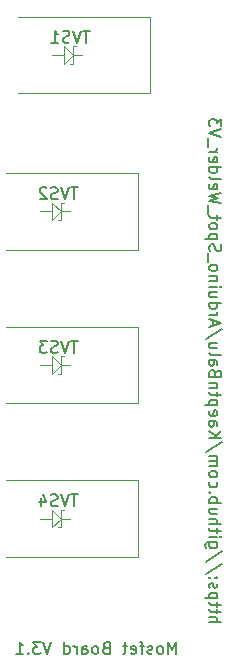
<source format=gbr>
G04 #@! TF.FileFunction,Legend,Bot*
%FSLAX46Y46*%
G04 Gerber Fmt 4.6, Leading zero omitted, Abs format (unit mm)*
G04 Created by KiCad (PCBNEW 4.0.4-stable) date 11/29/17 11:53:15*
%MOMM*%
%LPD*%
G01*
G04 APERTURE LIST*
%ADD10C,0.100000*%
%ADD11C,0.200000*%
%ADD12C,0.120000*%
%ADD13C,0.150000*%
G04 APERTURE END LIST*
D10*
X152250000Y-74000000D02*
X152250000Y-73250000D01*
X152000000Y-112500000D02*
X152750000Y-112500000D01*
X152500000Y-86500000D02*
X152750000Y-86500000D01*
X152000000Y-99500000D02*
X152750000Y-99500000D01*
X152000000Y-86500000D02*
X152500000Y-86500000D01*
X152000000Y-113250000D02*
X151750000Y-113250000D01*
X152000000Y-112500000D02*
X152000000Y-113250000D01*
X152000000Y-111750000D02*
X152250000Y-111750000D01*
X152000000Y-112500000D02*
X152000000Y-111750000D01*
X151250000Y-113250000D02*
X151250000Y-112500000D01*
X152000000Y-112500000D02*
X151250000Y-113250000D01*
X151250000Y-111750000D02*
X152000000Y-112500000D01*
X151250000Y-112500000D02*
X151250000Y-111750000D01*
X150250000Y-112500000D02*
X151250000Y-112500000D01*
X152000000Y-100250000D02*
X151750000Y-100250000D01*
X152000000Y-99500000D02*
X152000000Y-100250000D01*
X152000000Y-98750000D02*
X152250000Y-98750000D01*
X152000000Y-99500000D02*
X152000000Y-98750000D01*
X151250000Y-100250000D02*
X151250000Y-99500000D01*
X152000000Y-99500000D02*
X151250000Y-100250000D01*
X151250000Y-98750000D02*
X152000000Y-99500000D01*
X151250000Y-99500000D02*
X151250000Y-98750000D01*
X150250000Y-99500000D02*
X151250000Y-99500000D01*
X152000000Y-87250000D02*
X151750000Y-87250000D01*
X152000000Y-86500000D02*
X152000000Y-87250000D01*
X152000000Y-85750000D02*
X152250000Y-85750000D01*
X152000000Y-86500000D02*
X152000000Y-85750000D01*
X151250000Y-87250000D02*
X151250000Y-86500000D01*
X152000000Y-86500000D02*
X151250000Y-87250000D01*
X151250000Y-85750000D02*
X152000000Y-86500000D01*
X151250000Y-86500000D02*
X151250000Y-85750000D01*
X150250000Y-86500000D02*
X151250000Y-86500000D01*
D11*
X161738096Y-123952381D02*
X161738096Y-122952381D01*
X161404762Y-123666667D01*
X161071429Y-122952381D01*
X161071429Y-123952381D01*
X160452382Y-123952381D02*
X160547620Y-123904762D01*
X160595239Y-123857143D01*
X160642858Y-123761905D01*
X160642858Y-123476190D01*
X160595239Y-123380952D01*
X160547620Y-123333333D01*
X160452382Y-123285714D01*
X160309524Y-123285714D01*
X160214286Y-123333333D01*
X160166667Y-123380952D01*
X160119048Y-123476190D01*
X160119048Y-123761905D01*
X160166667Y-123857143D01*
X160214286Y-123904762D01*
X160309524Y-123952381D01*
X160452382Y-123952381D01*
X159738096Y-123904762D02*
X159642858Y-123952381D01*
X159452382Y-123952381D01*
X159357143Y-123904762D01*
X159309524Y-123809524D01*
X159309524Y-123761905D01*
X159357143Y-123666667D01*
X159452382Y-123619048D01*
X159595239Y-123619048D01*
X159690477Y-123571429D01*
X159738096Y-123476190D01*
X159738096Y-123428571D01*
X159690477Y-123333333D01*
X159595239Y-123285714D01*
X159452382Y-123285714D01*
X159357143Y-123333333D01*
X159023810Y-123285714D02*
X158642858Y-123285714D01*
X158880953Y-123952381D02*
X158880953Y-123095238D01*
X158833334Y-123000000D01*
X158738096Y-122952381D01*
X158642858Y-122952381D01*
X157928571Y-123904762D02*
X158023809Y-123952381D01*
X158214286Y-123952381D01*
X158309524Y-123904762D01*
X158357143Y-123809524D01*
X158357143Y-123428571D01*
X158309524Y-123333333D01*
X158214286Y-123285714D01*
X158023809Y-123285714D01*
X157928571Y-123333333D01*
X157880952Y-123428571D01*
X157880952Y-123523810D01*
X158357143Y-123619048D01*
X157595238Y-123285714D02*
X157214286Y-123285714D01*
X157452381Y-122952381D02*
X157452381Y-123809524D01*
X157404762Y-123904762D01*
X157309524Y-123952381D01*
X157214286Y-123952381D01*
X155785713Y-123428571D02*
X155642856Y-123476190D01*
X155595237Y-123523810D01*
X155547618Y-123619048D01*
X155547618Y-123761905D01*
X155595237Y-123857143D01*
X155642856Y-123904762D01*
X155738094Y-123952381D01*
X156119047Y-123952381D01*
X156119047Y-122952381D01*
X155785713Y-122952381D01*
X155690475Y-123000000D01*
X155642856Y-123047619D01*
X155595237Y-123142857D01*
X155595237Y-123238095D01*
X155642856Y-123333333D01*
X155690475Y-123380952D01*
X155785713Y-123428571D01*
X156119047Y-123428571D01*
X154976190Y-123952381D02*
X155071428Y-123904762D01*
X155119047Y-123857143D01*
X155166666Y-123761905D01*
X155166666Y-123476190D01*
X155119047Y-123380952D01*
X155071428Y-123333333D01*
X154976190Y-123285714D01*
X154833332Y-123285714D01*
X154738094Y-123333333D01*
X154690475Y-123380952D01*
X154642856Y-123476190D01*
X154642856Y-123761905D01*
X154690475Y-123857143D01*
X154738094Y-123904762D01*
X154833332Y-123952381D01*
X154976190Y-123952381D01*
X153785713Y-123952381D02*
X153785713Y-123428571D01*
X153833332Y-123333333D01*
X153928570Y-123285714D01*
X154119047Y-123285714D01*
X154214285Y-123333333D01*
X153785713Y-123904762D02*
X153880951Y-123952381D01*
X154119047Y-123952381D01*
X154214285Y-123904762D01*
X154261904Y-123809524D01*
X154261904Y-123714286D01*
X154214285Y-123619048D01*
X154119047Y-123571429D01*
X153880951Y-123571429D01*
X153785713Y-123523810D01*
X153309523Y-123952381D02*
X153309523Y-123285714D01*
X153309523Y-123476190D02*
X153261904Y-123380952D01*
X153214285Y-123333333D01*
X153119047Y-123285714D01*
X153023808Y-123285714D01*
X152261903Y-123952381D02*
X152261903Y-122952381D01*
X152261903Y-123904762D02*
X152357141Y-123952381D01*
X152547618Y-123952381D01*
X152642856Y-123904762D01*
X152690475Y-123857143D01*
X152738094Y-123761905D01*
X152738094Y-123476190D01*
X152690475Y-123380952D01*
X152642856Y-123333333D01*
X152547618Y-123285714D01*
X152357141Y-123285714D01*
X152261903Y-123333333D01*
X151166665Y-122952381D02*
X150833332Y-123952381D01*
X150499998Y-122952381D01*
X150261903Y-122952381D02*
X149642855Y-122952381D01*
X149976189Y-123333333D01*
X149833331Y-123333333D01*
X149738093Y-123380952D01*
X149690474Y-123428571D01*
X149642855Y-123523810D01*
X149642855Y-123761905D01*
X149690474Y-123857143D01*
X149738093Y-123904762D01*
X149833331Y-123952381D01*
X150119046Y-123952381D01*
X150214284Y-123904762D01*
X150261903Y-123857143D01*
X149214284Y-123857143D02*
X149166665Y-123904762D01*
X149214284Y-123952381D01*
X149261903Y-123904762D01*
X149214284Y-123857143D01*
X149214284Y-123952381D01*
X148214284Y-123952381D02*
X148785713Y-123952381D01*
X148499999Y-123952381D02*
X148499999Y-122952381D01*
X148595237Y-123095238D01*
X148690475Y-123190476D01*
X148785713Y-123238095D01*
D10*
X153000000Y-74000000D02*
X152750000Y-74000000D01*
X153000000Y-72500000D02*
X153250000Y-72500000D01*
X153000000Y-73250000D02*
X153750000Y-73250000D01*
X153000000Y-73250000D02*
X153000000Y-74000000D01*
X153000000Y-73250000D02*
X153000000Y-72500000D01*
X153000000Y-73250000D02*
X152250000Y-74000000D01*
X152250000Y-72500000D02*
X153000000Y-73250000D01*
X152250000Y-73250000D02*
X152250000Y-72500000D01*
X151250000Y-73250000D02*
X152250000Y-73250000D01*
D11*
X164547619Y-121285717D02*
X165547619Y-121285717D01*
X164547619Y-120857145D02*
X165071429Y-120857145D01*
X165166667Y-120904764D01*
X165214286Y-121000002D01*
X165214286Y-121142860D01*
X165166667Y-121238098D01*
X165119048Y-121285717D01*
X165214286Y-120523812D02*
X165214286Y-120142860D01*
X165547619Y-120380955D02*
X164690476Y-120380955D01*
X164595238Y-120333336D01*
X164547619Y-120238098D01*
X164547619Y-120142860D01*
X165214286Y-119952383D02*
X165214286Y-119571431D01*
X165547619Y-119809526D02*
X164690476Y-119809526D01*
X164595238Y-119761907D01*
X164547619Y-119666669D01*
X164547619Y-119571431D01*
X165214286Y-119238097D02*
X164214286Y-119238097D01*
X165166667Y-119238097D02*
X165214286Y-119142859D01*
X165214286Y-118952382D01*
X165166667Y-118857144D01*
X165119048Y-118809525D01*
X165023810Y-118761906D01*
X164738095Y-118761906D01*
X164642857Y-118809525D01*
X164595238Y-118857144D01*
X164547619Y-118952382D01*
X164547619Y-119142859D01*
X164595238Y-119238097D01*
X164595238Y-118380954D02*
X164547619Y-118285716D01*
X164547619Y-118095240D01*
X164595238Y-118000001D01*
X164690476Y-117952382D01*
X164738095Y-117952382D01*
X164833333Y-118000001D01*
X164880952Y-118095240D01*
X164880952Y-118238097D01*
X164928571Y-118333335D01*
X165023810Y-118380954D01*
X165071429Y-118380954D01*
X165166667Y-118333335D01*
X165214286Y-118238097D01*
X165214286Y-118095240D01*
X165166667Y-118000001D01*
X164642857Y-117523811D02*
X164595238Y-117476192D01*
X164547619Y-117523811D01*
X164595238Y-117571430D01*
X164642857Y-117523811D01*
X164547619Y-117523811D01*
X165166667Y-117523811D02*
X165119048Y-117476192D01*
X165071429Y-117523811D01*
X165119048Y-117571430D01*
X165166667Y-117523811D01*
X165071429Y-117523811D01*
X165595238Y-116333335D02*
X164309524Y-117190478D01*
X165595238Y-115285716D02*
X164309524Y-116142859D01*
X165214286Y-114523811D02*
X164404762Y-114523811D01*
X164309524Y-114571430D01*
X164261905Y-114619049D01*
X164214286Y-114714288D01*
X164214286Y-114857145D01*
X164261905Y-114952383D01*
X164595238Y-114523811D02*
X164547619Y-114619049D01*
X164547619Y-114809526D01*
X164595238Y-114904764D01*
X164642857Y-114952383D01*
X164738095Y-115000002D01*
X165023810Y-115000002D01*
X165119048Y-114952383D01*
X165166667Y-114904764D01*
X165214286Y-114809526D01*
X165214286Y-114619049D01*
X165166667Y-114523811D01*
X164547619Y-114047621D02*
X165214286Y-114047621D01*
X165547619Y-114047621D02*
X165500000Y-114095240D01*
X165452381Y-114047621D01*
X165500000Y-114000002D01*
X165547619Y-114047621D01*
X165452381Y-114047621D01*
X165214286Y-113714288D02*
X165214286Y-113333336D01*
X165547619Y-113571431D02*
X164690476Y-113571431D01*
X164595238Y-113523812D01*
X164547619Y-113428574D01*
X164547619Y-113333336D01*
X164547619Y-113000002D02*
X165547619Y-113000002D01*
X164547619Y-112571430D02*
X165071429Y-112571430D01*
X165166667Y-112619049D01*
X165214286Y-112714287D01*
X165214286Y-112857145D01*
X165166667Y-112952383D01*
X165119048Y-113000002D01*
X165214286Y-111666668D02*
X164547619Y-111666668D01*
X165214286Y-112095240D02*
X164690476Y-112095240D01*
X164595238Y-112047621D01*
X164547619Y-111952383D01*
X164547619Y-111809525D01*
X164595238Y-111714287D01*
X164642857Y-111666668D01*
X164547619Y-111190478D02*
X165547619Y-111190478D01*
X165166667Y-111190478D02*
X165214286Y-111095240D01*
X165214286Y-110904763D01*
X165166667Y-110809525D01*
X165119048Y-110761906D01*
X165023810Y-110714287D01*
X164738095Y-110714287D01*
X164642857Y-110761906D01*
X164595238Y-110809525D01*
X164547619Y-110904763D01*
X164547619Y-111095240D01*
X164595238Y-111190478D01*
X164642857Y-110285716D02*
X164595238Y-110238097D01*
X164547619Y-110285716D01*
X164595238Y-110333335D01*
X164642857Y-110285716D01*
X164547619Y-110285716D01*
X164595238Y-109380954D02*
X164547619Y-109476192D01*
X164547619Y-109666669D01*
X164595238Y-109761907D01*
X164642857Y-109809526D01*
X164738095Y-109857145D01*
X165023810Y-109857145D01*
X165119048Y-109809526D01*
X165166667Y-109761907D01*
X165214286Y-109666669D01*
X165214286Y-109476192D01*
X165166667Y-109380954D01*
X164547619Y-108809526D02*
X164595238Y-108904764D01*
X164642857Y-108952383D01*
X164738095Y-109000002D01*
X165023810Y-109000002D01*
X165119048Y-108952383D01*
X165166667Y-108904764D01*
X165214286Y-108809526D01*
X165214286Y-108666668D01*
X165166667Y-108571430D01*
X165119048Y-108523811D01*
X165023810Y-108476192D01*
X164738095Y-108476192D01*
X164642857Y-108523811D01*
X164595238Y-108571430D01*
X164547619Y-108666668D01*
X164547619Y-108809526D01*
X164547619Y-108047621D02*
X165214286Y-108047621D01*
X165119048Y-108047621D02*
X165166667Y-108000002D01*
X165214286Y-107904764D01*
X165214286Y-107761906D01*
X165166667Y-107666668D01*
X165071429Y-107619049D01*
X164547619Y-107619049D01*
X165071429Y-107619049D02*
X165166667Y-107571430D01*
X165214286Y-107476192D01*
X165214286Y-107333335D01*
X165166667Y-107238097D01*
X165071429Y-107190478D01*
X164547619Y-107190478D01*
X165595238Y-106000002D02*
X164309524Y-106857145D01*
X164547619Y-105666669D02*
X165547619Y-105666669D01*
X164547619Y-105095240D02*
X165119048Y-105523812D01*
X165547619Y-105095240D02*
X164976190Y-105666669D01*
X164547619Y-104238097D02*
X165071429Y-104238097D01*
X165166667Y-104285716D01*
X165214286Y-104380954D01*
X165214286Y-104571431D01*
X165166667Y-104666669D01*
X164595238Y-104238097D02*
X164547619Y-104333335D01*
X164547619Y-104571431D01*
X164595238Y-104666669D01*
X164690476Y-104714288D01*
X164785714Y-104714288D01*
X164880952Y-104666669D01*
X164928571Y-104571431D01*
X164928571Y-104333335D01*
X164976190Y-104238097D01*
X164595238Y-103380954D02*
X164547619Y-103476192D01*
X164547619Y-103666669D01*
X164595238Y-103761907D01*
X164690476Y-103809526D01*
X165071429Y-103809526D01*
X165166667Y-103761907D01*
X165214286Y-103666669D01*
X165214286Y-103476192D01*
X165166667Y-103380954D01*
X165071429Y-103333335D01*
X164976190Y-103333335D01*
X164880952Y-103809526D01*
X165214286Y-102904764D02*
X164214286Y-102904764D01*
X165166667Y-102904764D02*
X165214286Y-102809526D01*
X165214286Y-102619049D01*
X165166667Y-102523811D01*
X165119048Y-102476192D01*
X165023810Y-102428573D01*
X164738095Y-102428573D01*
X164642857Y-102476192D01*
X164595238Y-102523811D01*
X164547619Y-102619049D01*
X164547619Y-102809526D01*
X164595238Y-102904764D01*
X165214286Y-102142859D02*
X165214286Y-101761907D01*
X165547619Y-102000002D02*
X164690476Y-102000002D01*
X164595238Y-101952383D01*
X164547619Y-101857145D01*
X164547619Y-101761907D01*
X165214286Y-101428573D02*
X164547619Y-101428573D01*
X165119048Y-101428573D02*
X165166667Y-101380954D01*
X165214286Y-101285716D01*
X165214286Y-101142858D01*
X165166667Y-101047620D01*
X165071429Y-101000001D01*
X164547619Y-101000001D01*
X165071429Y-100190477D02*
X165023810Y-100047620D01*
X164976190Y-100000001D01*
X164880952Y-99952382D01*
X164738095Y-99952382D01*
X164642857Y-100000001D01*
X164595238Y-100047620D01*
X164547619Y-100142858D01*
X164547619Y-100523811D01*
X165547619Y-100523811D01*
X165547619Y-100190477D01*
X165500000Y-100095239D01*
X165452381Y-100047620D01*
X165357143Y-100000001D01*
X165261905Y-100000001D01*
X165166667Y-100047620D01*
X165119048Y-100095239D01*
X165071429Y-100190477D01*
X165071429Y-100523811D01*
X164547619Y-99095239D02*
X165071429Y-99095239D01*
X165166667Y-99142858D01*
X165214286Y-99238096D01*
X165214286Y-99428573D01*
X165166667Y-99523811D01*
X164595238Y-99095239D02*
X164547619Y-99190477D01*
X164547619Y-99428573D01*
X164595238Y-99523811D01*
X164690476Y-99571430D01*
X164785714Y-99571430D01*
X164880952Y-99523811D01*
X164928571Y-99428573D01*
X164928571Y-99190477D01*
X164976190Y-99095239D01*
X164547619Y-98476192D02*
X164595238Y-98571430D01*
X164690476Y-98619049D01*
X165547619Y-98619049D01*
X165214286Y-97666667D02*
X164547619Y-97666667D01*
X165214286Y-98095239D02*
X164690476Y-98095239D01*
X164595238Y-98047620D01*
X164547619Y-97952382D01*
X164547619Y-97809524D01*
X164595238Y-97714286D01*
X164642857Y-97666667D01*
X165595238Y-96476191D02*
X164309524Y-97333334D01*
X164833333Y-96190477D02*
X164833333Y-95714286D01*
X164547619Y-96285715D02*
X165547619Y-95952382D01*
X164547619Y-95619048D01*
X164547619Y-95285715D02*
X165214286Y-95285715D01*
X165023810Y-95285715D02*
X165119048Y-95238096D01*
X165166667Y-95190477D01*
X165214286Y-95095239D01*
X165214286Y-95000000D01*
X164547619Y-94238095D02*
X165547619Y-94238095D01*
X164595238Y-94238095D02*
X164547619Y-94333333D01*
X164547619Y-94523810D01*
X164595238Y-94619048D01*
X164642857Y-94666667D01*
X164738095Y-94714286D01*
X165023810Y-94714286D01*
X165119048Y-94666667D01*
X165166667Y-94619048D01*
X165214286Y-94523810D01*
X165214286Y-94333333D01*
X165166667Y-94238095D01*
X165214286Y-93333333D02*
X164547619Y-93333333D01*
X165214286Y-93761905D02*
X164690476Y-93761905D01*
X164595238Y-93714286D01*
X164547619Y-93619048D01*
X164547619Y-93476190D01*
X164595238Y-93380952D01*
X164642857Y-93333333D01*
X164547619Y-92857143D02*
X165214286Y-92857143D01*
X165547619Y-92857143D02*
X165500000Y-92904762D01*
X165452381Y-92857143D01*
X165500000Y-92809524D01*
X165547619Y-92857143D01*
X165452381Y-92857143D01*
X165214286Y-92380953D02*
X164547619Y-92380953D01*
X165119048Y-92380953D02*
X165166667Y-92333334D01*
X165214286Y-92238096D01*
X165214286Y-92095238D01*
X165166667Y-92000000D01*
X165071429Y-91952381D01*
X164547619Y-91952381D01*
X164547619Y-91333334D02*
X164595238Y-91428572D01*
X164642857Y-91476191D01*
X164738095Y-91523810D01*
X165023810Y-91523810D01*
X165119048Y-91476191D01*
X165166667Y-91428572D01*
X165214286Y-91333334D01*
X165214286Y-91190476D01*
X165166667Y-91095238D01*
X165119048Y-91047619D01*
X165023810Y-91000000D01*
X164738095Y-91000000D01*
X164642857Y-91047619D01*
X164595238Y-91095238D01*
X164547619Y-91190476D01*
X164547619Y-91333334D01*
X164452381Y-90809524D02*
X164452381Y-90047619D01*
X164595238Y-89857143D02*
X164547619Y-89714286D01*
X164547619Y-89476190D01*
X164595238Y-89380952D01*
X164642857Y-89333333D01*
X164738095Y-89285714D01*
X164833333Y-89285714D01*
X164928571Y-89333333D01*
X164976190Y-89380952D01*
X165023810Y-89476190D01*
X165071429Y-89666667D01*
X165119048Y-89761905D01*
X165166667Y-89809524D01*
X165261905Y-89857143D01*
X165357143Y-89857143D01*
X165452381Y-89809524D01*
X165500000Y-89761905D01*
X165547619Y-89666667D01*
X165547619Y-89428571D01*
X165500000Y-89285714D01*
X165214286Y-88857143D02*
X164214286Y-88857143D01*
X165166667Y-88857143D02*
X165214286Y-88761905D01*
X165214286Y-88571428D01*
X165166667Y-88476190D01*
X165119048Y-88428571D01*
X165023810Y-88380952D01*
X164738095Y-88380952D01*
X164642857Y-88428571D01*
X164595238Y-88476190D01*
X164547619Y-88571428D01*
X164547619Y-88761905D01*
X164595238Y-88857143D01*
X164547619Y-87809524D02*
X164595238Y-87904762D01*
X164642857Y-87952381D01*
X164738095Y-88000000D01*
X165023810Y-88000000D01*
X165119048Y-87952381D01*
X165166667Y-87904762D01*
X165214286Y-87809524D01*
X165214286Y-87666666D01*
X165166667Y-87571428D01*
X165119048Y-87523809D01*
X165023810Y-87476190D01*
X164738095Y-87476190D01*
X164642857Y-87523809D01*
X164595238Y-87571428D01*
X164547619Y-87666666D01*
X164547619Y-87809524D01*
X165214286Y-87190476D02*
X165214286Y-86809524D01*
X165547619Y-87047619D02*
X164690476Y-87047619D01*
X164595238Y-87000000D01*
X164547619Y-86904762D01*
X164547619Y-86809524D01*
X164452381Y-86714285D02*
X164452381Y-85952380D01*
X165547619Y-85809523D02*
X164547619Y-85571428D01*
X165261905Y-85380951D01*
X164547619Y-85190475D01*
X165547619Y-84952380D01*
X164595238Y-84190475D02*
X164547619Y-84285713D01*
X164547619Y-84476190D01*
X164595238Y-84571428D01*
X164690476Y-84619047D01*
X165071429Y-84619047D01*
X165166667Y-84571428D01*
X165214286Y-84476190D01*
X165214286Y-84285713D01*
X165166667Y-84190475D01*
X165071429Y-84142856D01*
X164976190Y-84142856D01*
X164880952Y-84619047D01*
X164547619Y-83571428D02*
X164595238Y-83666666D01*
X164690476Y-83714285D01*
X165547619Y-83714285D01*
X164547619Y-82761903D02*
X165547619Y-82761903D01*
X164595238Y-82761903D02*
X164547619Y-82857141D01*
X164547619Y-83047618D01*
X164595238Y-83142856D01*
X164642857Y-83190475D01*
X164738095Y-83238094D01*
X165023810Y-83238094D01*
X165119048Y-83190475D01*
X165166667Y-83142856D01*
X165214286Y-83047618D01*
X165214286Y-82857141D01*
X165166667Y-82761903D01*
X164595238Y-81904760D02*
X164547619Y-81999998D01*
X164547619Y-82190475D01*
X164595238Y-82285713D01*
X164690476Y-82333332D01*
X165071429Y-82333332D01*
X165166667Y-82285713D01*
X165214286Y-82190475D01*
X165214286Y-81999998D01*
X165166667Y-81904760D01*
X165071429Y-81857141D01*
X164976190Y-81857141D01*
X164880952Y-82333332D01*
X164547619Y-81428570D02*
X165214286Y-81428570D01*
X165023810Y-81428570D02*
X165119048Y-81380951D01*
X165166667Y-81333332D01*
X165214286Y-81238094D01*
X165214286Y-81142855D01*
X164452381Y-81047617D02*
X164452381Y-80285712D01*
X165547619Y-80190474D02*
X164547619Y-79857141D01*
X165547619Y-79523807D01*
X165547619Y-79285712D02*
X165547619Y-78666664D01*
X165166667Y-78999998D01*
X165166667Y-78857140D01*
X165119048Y-78761902D01*
X165071429Y-78714283D01*
X164976190Y-78666664D01*
X164738095Y-78666664D01*
X164642857Y-78714283D01*
X164595238Y-78761902D01*
X164547619Y-78857140D01*
X164547619Y-79142855D01*
X164595238Y-79238093D01*
X164642857Y-79285712D01*
D12*
X159550000Y-76500000D02*
X159550000Y-70000000D01*
X159550000Y-76500000D02*
X148350000Y-76500000D01*
X159550000Y-70000000D02*
X148350000Y-70000000D01*
X158550000Y-89750000D02*
X158550000Y-83250000D01*
X158550000Y-89750000D02*
X147350000Y-89750000D01*
X158550000Y-83250000D02*
X147350000Y-83250000D01*
X158550000Y-102750000D02*
X158550000Y-96250000D01*
X158550000Y-102750000D02*
X147350000Y-102750000D01*
X158550000Y-96250000D02*
X147350000Y-96250000D01*
X158550000Y-115750000D02*
X158550000Y-109250000D01*
X158550000Y-115750000D02*
X147350000Y-115750000D01*
X158550000Y-109250000D02*
X147350000Y-109250000D01*
D13*
X154416667Y-71202381D02*
X153845238Y-71202381D01*
X154130953Y-72202381D02*
X154130953Y-71202381D01*
X153654762Y-71202381D02*
X153321429Y-72202381D01*
X152988095Y-71202381D01*
X152702381Y-72154762D02*
X152559524Y-72202381D01*
X152321428Y-72202381D01*
X152226190Y-72154762D01*
X152178571Y-72107143D01*
X152130952Y-72011905D01*
X152130952Y-71916667D01*
X152178571Y-71821429D01*
X152226190Y-71773810D01*
X152321428Y-71726190D01*
X152511905Y-71678571D01*
X152607143Y-71630952D01*
X152654762Y-71583333D01*
X152702381Y-71488095D01*
X152702381Y-71392857D01*
X152654762Y-71297619D01*
X152607143Y-71250000D01*
X152511905Y-71202381D01*
X152273809Y-71202381D01*
X152130952Y-71250000D01*
X151178571Y-72202381D02*
X151750000Y-72202381D01*
X151464286Y-72202381D02*
X151464286Y-71202381D01*
X151559524Y-71345238D01*
X151654762Y-71440476D01*
X151750000Y-71488095D01*
X153416667Y-84452381D02*
X152845238Y-84452381D01*
X153130953Y-85452381D02*
X153130953Y-84452381D01*
X152654762Y-84452381D02*
X152321429Y-85452381D01*
X151988095Y-84452381D01*
X151702381Y-85404762D02*
X151559524Y-85452381D01*
X151321428Y-85452381D01*
X151226190Y-85404762D01*
X151178571Y-85357143D01*
X151130952Y-85261905D01*
X151130952Y-85166667D01*
X151178571Y-85071429D01*
X151226190Y-85023810D01*
X151321428Y-84976190D01*
X151511905Y-84928571D01*
X151607143Y-84880952D01*
X151654762Y-84833333D01*
X151702381Y-84738095D01*
X151702381Y-84642857D01*
X151654762Y-84547619D01*
X151607143Y-84500000D01*
X151511905Y-84452381D01*
X151273809Y-84452381D01*
X151130952Y-84500000D01*
X150750000Y-84547619D02*
X150702381Y-84500000D01*
X150607143Y-84452381D01*
X150369047Y-84452381D01*
X150273809Y-84500000D01*
X150226190Y-84547619D01*
X150178571Y-84642857D01*
X150178571Y-84738095D01*
X150226190Y-84880952D01*
X150797619Y-85452381D01*
X150178571Y-85452381D01*
X153416667Y-97452381D02*
X152845238Y-97452381D01*
X153130953Y-98452381D02*
X153130953Y-97452381D01*
X152654762Y-97452381D02*
X152321429Y-98452381D01*
X151988095Y-97452381D01*
X151702381Y-98404762D02*
X151559524Y-98452381D01*
X151321428Y-98452381D01*
X151226190Y-98404762D01*
X151178571Y-98357143D01*
X151130952Y-98261905D01*
X151130952Y-98166667D01*
X151178571Y-98071429D01*
X151226190Y-98023810D01*
X151321428Y-97976190D01*
X151511905Y-97928571D01*
X151607143Y-97880952D01*
X151654762Y-97833333D01*
X151702381Y-97738095D01*
X151702381Y-97642857D01*
X151654762Y-97547619D01*
X151607143Y-97500000D01*
X151511905Y-97452381D01*
X151273809Y-97452381D01*
X151130952Y-97500000D01*
X150797619Y-97452381D02*
X150178571Y-97452381D01*
X150511905Y-97833333D01*
X150369047Y-97833333D01*
X150273809Y-97880952D01*
X150226190Y-97928571D01*
X150178571Y-98023810D01*
X150178571Y-98261905D01*
X150226190Y-98357143D01*
X150273809Y-98404762D01*
X150369047Y-98452381D01*
X150654762Y-98452381D01*
X150750000Y-98404762D01*
X150797619Y-98357143D01*
X153416667Y-110452381D02*
X152845238Y-110452381D01*
X153130953Y-111452381D02*
X153130953Y-110452381D01*
X152654762Y-110452381D02*
X152321429Y-111452381D01*
X151988095Y-110452381D01*
X151702381Y-111404762D02*
X151559524Y-111452381D01*
X151321428Y-111452381D01*
X151226190Y-111404762D01*
X151178571Y-111357143D01*
X151130952Y-111261905D01*
X151130952Y-111166667D01*
X151178571Y-111071429D01*
X151226190Y-111023810D01*
X151321428Y-110976190D01*
X151511905Y-110928571D01*
X151607143Y-110880952D01*
X151654762Y-110833333D01*
X151702381Y-110738095D01*
X151702381Y-110642857D01*
X151654762Y-110547619D01*
X151607143Y-110500000D01*
X151511905Y-110452381D01*
X151273809Y-110452381D01*
X151130952Y-110500000D01*
X150273809Y-110785714D02*
X150273809Y-111452381D01*
X150511905Y-110404762D02*
X150750000Y-111119048D01*
X150130952Y-111119048D01*
M02*

</source>
